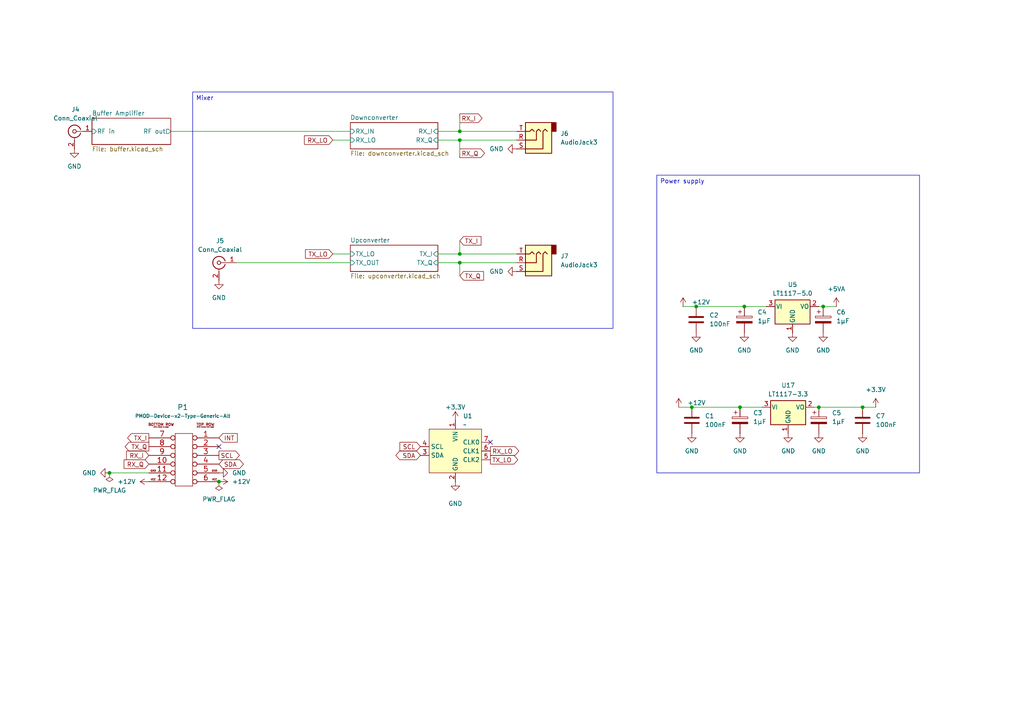
<source format=kicad_sch>
(kicad_sch (version 20231120) (generator "eeschema") (generator_version "8.0")
  (paper "A4")
  (lib_symbols
    (symbol "Connector:Conn_Coaxial" (pin_names (offset 1.016) hide)
      (property "Reference" "J" (at 0.254 3.048 0))
      (property "Value" "Conn_Coaxial" (at 2.921 0 90))
      (symbol "Conn_Coaxial_0_1"
        (arc (start -1.778 -0.508) (mid 0.2311 -1.8066) (end 1.778 0) (stroke (width 0.254)))
        (polyline (pts (xy -2.54 0) (xy -0.508 0)))
        (polyline (pts (xy 0 -2.54) (xy 0 -1.778)))
        (circle (center 0 0) (radius 0.508) (stroke (width 0.2032)))
        (arc (start 1.778 0) (mid 0.2099 1.8101) (end -1.778 0.508) (stroke (width 0.254)))
      )
      (symbol "Conn_Coaxial_1_1"
        (pin passive line (at -5.08 0 0) (length 2.54) (name "In") (number "1"))
        (pin passive line (at 0 -5.08 90) (length 2.54) (name "Ext") (number "2"))
      )
    )
    (symbol "Connector_Audio:AudioJack3"
      (property "Reference" "J" (at 0 8.89 0))
      (property "Value" "AudioJack3" (at 0 6.35 0))
      (symbol "AudioJack3_0_1"
        (rectangle (start -5.08 -5.08) (end -6.35 -2.54) (stroke (width 0.254)) (fill (type outline)))
        (polyline (pts (xy 0 -2.54) (xy 0.635 -3.175) (xy 1.27 -2.54) (xy 2.54 -2.54)) (stroke (width 0.254)))
        (polyline (pts (xy -1.905 -2.54) (xy -1.27 -3.175) (xy -0.635 -2.54) (xy -0.635 0) (xy 2.54 0)) (stroke (width 0.254)))
        (polyline (pts (xy 2.54 2.54) (xy -2.54 2.54) (xy -2.54 -2.54) (xy -3.175 -3.175) (xy -3.81 -2.54)) (stroke (width 0.254)))
        (rectangle (start 2.54 3.81) (end -5.08 -5.08) (stroke (width 0.254)) (fill (type background)))
      )
      (symbol "AudioJack3_1_1"
        (pin passive line (at 5.08 0 180) (length 2.54) (name "~") (number "R"))
        (pin passive line (at 5.08 2.54 180) (length 2.54) (name "~") (number "S"))
        (pin passive line (at 5.08 -2.54 180) (length 2.54) (name "~") (number "T"))
      )
    )
    (symbol "Device:C" (pin_numbers hide) (pin_names (offset 0.254))
      (property "Reference" "C" (at 0.635 2.54 0))
      (property "Value" "C" (at 0.635 -2.54 0))
      (symbol "C_0_1"
        (polyline (pts (xy -2.032 -0.762) (xy 2.032 -0.762)) (stroke (width 0.508)))
        (polyline (pts (xy -2.032 0.762) (xy 2.032 0.762)) (stroke (width 0.508)))
      )
      (symbol "C_1_1"
        (pin passive line (at 0 3.81 270) (length 2.794) (name "~") (number "1"))
        (pin passive line (at 0 -3.81 90) (length 2.794) (name "~") (number "2"))
      )
    )
    (symbol "Device:C_Polarized" (pin_numbers hide) (pin_names (offset 0.254))
      (property "Reference" "C" (at 0.635 2.54 0))
      (property "Value" "C_Polarized" (at 0.635 -2.54 0))
      (symbol "C_Polarized_0_1"
        (rectangle (start -2.286 0.508) (end 2.286 1.016))
        (polyline (pts (xy -1.778 2.286) (xy -0.762 2.286)))
        (polyline (pts (xy -1.27 2.794) (xy -1.27 1.778)))
        (rectangle (start 2.286 -0.508) (end -2.286 -1.016) (fill (type outline)))
      )
      (symbol "C_Polarized_1_1"
        (pin passive line (at 0 3.81 270) (length 2.794) (name "~") (number "1"))
        (pin passive line (at 0 -3.81 90) (length 2.794) (name "~") (number "2"))
      )
    )
    (symbol "Regulator_Linear:LT1117-3.3" (pin_names (offset 0.254))
      (property "Reference" "U" (at -3.81 3.175 0))
      (property "Value" "LT1117-3.3" (at 0 3.175 0))
      (symbol "LT1117-3.3_0_1"
        (rectangle (start -5.08 -5.08) (end 5.08 1.905) (stroke (width 0.254)) (fill (type background)))
      )
      (symbol "LT1117-3.3_1_1"
        (pin power_in line (at 0 -7.62 90) (length 2.54) (name "GND") (number "1"))
        (pin power_out line (at 7.62 0 180) (length 2.54) (name "VO") (number "2"))
        (pin power_in line (at -7.62 0 0) (length 2.54) (name "VI") (number "3"))
      )
    )
    (symbol "Regulator_Linear:LT1117-5.0" (pin_names (offset 0.254))
      (property "Reference" "U" (at -3.81 3.175 0))
      (property "Value" "LT1117-5.0" (at 0 3.175 0))
      (symbol "LT1117-5.0_0_1"
        (rectangle (start -5.08 -5.08) (end 5.08 1.905) (stroke (width 0.254)) (fill (type background)))
      )
      (symbol "LT1117-5.0_1_1"
        (pin power_in line (at 0 -7.62 90) (length 2.54) (name "GND") (number "1"))
        (pin power_out line (at 7.62 0 180) (length 2.54) (name "VO") (number "2"))
        (pin power_in line (at -7.62 0 0) (length 2.54) (name "VI") (number "3"))
      )
    )
    (symbol "pico-sdx:Si5351A_Clock_Generator_Breakout_"
      (property "Reference" "U" (at -7.62 7.62 0))
      (symbol "Si5351A_Clock_Generator_Breakout__1_1"
        (rectangle (start -7.62 6.35) (end 7.62 -6.35) (fill (type background)))
        (pin power_in line (at 0 8.89 270) (length 2.54) (name "VIN") (number "1"))
        (pin power_in line (at 0 -8.89 90) (length 2.54) (name "GND") (number "2"))
        (pin bidirectional line (at -10.16 -1.27 0) (length 2.54) (name "SDA") (number "3"))
        (pin input line (at -10.16 1.27 0) (length 2.54) (name "SCL") (number "4"))
        (pin output line (at 10.16 -2.54 180) (length 2.54) (name "CLK2") (number "5"))
        (pin output line (at 10.16 0 180) (length 2.54) (name "CLK1") (number "6"))
        (pin output line (at 10.16 2.54 180) (length 2.54) (name "CLK0") (number "7"))
      )
    )
    (symbol "pmod:PMOD-Device-x2-Type-Generic-Alt" (pin_names (offset 1.016) hide)
      (property "Reference" "P" (at 2.54 16.51 0))
      (property "Value" "PMOD-Device-x2-Type-Generic-Alt" (at 2.286 -1.016 0))
      (symbol "PMOD-Device-x2-Type-Generic-Alt_0_0"
        (text "(Pins closest to edge)" (at -4.064 17.272 0) (effects (font (size 0.254 0.254)) (justify top)))
        (text "(Pins furthest from edge)" (at 8.763 17.272 0) (effects (font (size 0.254 0.254)) (justify top)))
        (text "BOTTOM ROW" (at -4.064 18.288 0) (effects (font (size 0.762 0.762)) (justify top)))
        (text "GND" (at -6.35 4.445 0) (effects (font (size 0.508 0.508))))
        (text "GND" (at 11.43 4.445 0) (effects (font (size 0.508 0.508))))
        (text "TOP ROW" (at 8.763 18.288 0) (effects (font (size 0.762 0.762)) (justify top)))
        (text "VCC" (at -6.35 1.905 0) (effects (font (size 0.508 0.508))))
        (text "VCC" (at 11.43 1.905 0) (effects (font (size 0.508 0.508))))
      )
      (symbol "PMOD-Device-x2-Type-Generic-Alt_0_1"
        (rectangle (start 5.08 15.24) (end 0 0))
      )
      (symbol "PMOD-Device-x2-Type-Generic-Alt_1_1"
        (pin passive inverted (at 12.7 13.97 180) (length 7.62) (name "P1") (number "1"))
        (pin passive inverted (at -7.62 6.35 0) (length 7.62) (name "P10") (number "10"))
        (pin passive inverted (at -7.62 3.81 0) (length 7.62) (name "P11") (number "11"))
        (pin passive inverted (at -7.62 1.27 0) (length 7.62) (name "P12") (number "12"))
        (pin passive inverted (at 12.7 11.43 180) (length 7.62) (name "P2") (number "2"))
        (pin passive inverted (at 12.7 8.89 180) (length 7.62) (name "P3") (number "3"))
        (pin passive inverted (at 12.7 6.35 180) (length 7.62) (name "P4") (number "4"))
        (pin passive inverted (at 12.7 3.81 180) (length 7.62) (name "P5") (number "5"))
        (pin passive inverted (at 12.7 1.27 180) (length 7.62) (name "P6") (number "6"))
        (pin passive inverted (at -7.62 13.97 0) (length 7.62) (name "P7") (number "7"))
        (pin passive inverted (at -7.62 11.43 0) (length 7.62) (name "P8") (number "8"))
        (pin passive inverted (at -7.62 8.89 0) (length 7.62) (name "P9") (number "9"))
      )
    )
    (symbol "power:+12V" (power) (pin_numbers hide) (pin_names (offset 0) hide)
      (property "Value" "+12V" (at 0 3.556 0))
      (symbol "+12V_0_1"
        (polyline (pts (xy -0.762 1.27) (xy 0 2.54)))
        (polyline (pts (xy 0 0) (xy 0 2.54)))
        (polyline (pts (xy 0 2.54) (xy 0.762 1.27)))
      )
      (symbol "+12V_1_1"
        (pin power_in line (at 0 0 90) (length 0) (name "~") (number "1"))
      )
    )
    (symbol "power:+3.3V" (power) (pin_numbers hide) (pin_names (offset 0) hide)
      (property "Value" "+3.3V" (at 0 3.556 0))
      (symbol "+3.3V_0_1"
        (polyline (pts (xy -0.762 1.27) (xy 0 2.54)))
        (polyline (pts (xy 0 0) (xy 0 2.54)))
        (polyline (pts (xy 0 2.54) (xy 0.762 1.27)))
      )
      (symbol "+3.3V_1_1"
        (pin power_in line (at 0 0 90) (length 0) (name "~") (number "1"))
      )
    )
    (symbol "power:+5VA" (power) (pin_numbers hide) (pin_names (offset 0) hide)
      (property "Value" "+5VA" (at 0 3.556 0))
      (symbol "+5VA_0_1"
        (polyline (pts (xy -0.762 1.27) (xy 0 2.54)))
        (polyline (pts (xy 0 0) (xy 0 2.54)))
        (polyline (pts (xy 0 2.54) (xy 0.762 1.27)))
      )
      (symbol "+5VA_1_1"
        (pin power_in line (at 0 0 90) (length 0) (name "~") (number "1"))
      )
    )
    (symbol "power:GND" (power) (pin_numbers hide) (pin_names (offset 0) hide)
      (property "Value" "GND" (at 0 -3.81 0))
      (symbol "GND_0_1"
        (polyline (pts (xy 0 0) (xy 0 -1.27) (xy 1.27 -1.27) (xy 0 -2.54) (xy -1.27 -1.27) (xy 0 -1.27)))
      )
      (symbol "GND_1_1"
        (pin power_in line (at 0 0 270) (length 0) (name "~") (number "1"))
      )
    )
    (symbol "power:PWR_FLAG" (power) (pin_numbers hide) (pin_names (offset 0) hide)
      (property "Value" "PWR_FLAG" (at 0 3.81 0))
      (symbol "PWR_FLAG_0_0"
        (pin power_out line (at 0 0 90) (length 0) (name "~") (number "1"))
      )
      (symbol "PWR_FLAG_0_1"
        (polyline (pts (xy 0 0) (xy 0 1.27) (xy -1.016 1.905) (xy 0 2.54) (xy 1.016 1.905) (xy 0 1.27)))
      )
    )
  )
  (junction (at 133.35 40.64))
  (junction (at 201.93 88.9))
  (junction (at 63.5 139.7))
  (junction (at 238.76 88.9))
  (junction (at 133.35 73.66))
  (junction (at 31.75 137.16))
  (junction (at 250.19 118.11))
  (junction (at 200.66 118.11))
  (junction (at 237.49 118.11))
  (junction (at 133.35 38.1))
  (junction (at 133.35 76.2))
  (junction (at 215.9 88.9))
  (junction (at 214.63 118.11))
  (no_connect (at 142.24 128.27))
  (no_connect (at 63.5 129.54))
  (wire (pts (xy 96.52 40.64) (xy 101.6 40.64)))
  (wire (pts (xy 133.35 40.64) (xy 149.86 40.64)))
  (wire (pts (xy 238.76 88.9) (xy 242.57 88.9)))
  (wire (pts (xy 214.63 118.11) (xy 220.98 118.11)))
  (wire (pts (xy 31.75 137.16) (xy 43.18 137.16)))
  (wire (pts (xy 133.35 76.2) (xy 133.35 80.01)))
  (wire (pts (xy 127 73.66) (xy 133.35 73.66)))
  (wire (pts (xy 49.53 38.1) (xy 101.6 38.1)))
  (wire (pts (xy 200.66 118.11) (xy 214.63 118.11)))
  (wire (pts (xy 133.35 38.1) (xy 149.86 38.1)))
  (wire (pts (xy 201.93 88.9) (xy 215.9 88.9)))
  (wire (pts (xy 133.35 76.2) (xy 149.86 76.2)))
  (wire (pts (xy 133.35 34.29) (xy 133.35 38.1)))
  (wire (pts (xy 96.52 73.66) (xy 101.6 73.66)))
  (wire (pts (xy 198.12 88.9) (xy 201.93 88.9)))
  (wire (pts (xy 196.85 118.11) (xy 200.66 118.11)))
  (wire (pts (xy 133.35 40.64) (xy 133.35 44.45)))
  (wire (pts (xy 127 76.2) (xy 133.35 76.2)))
  (wire (pts (xy 215.9 88.9) (xy 222.25 88.9)))
  (wire (pts (xy 254 118.11) (xy 250.19 118.11)))
  (wire (pts (xy 237.49 118.11) (xy 236.22 118.11)))
  (wire (pts (xy 133.35 73.66) (xy 149.86 73.66)))
  (wire (pts (xy 127 38.1) (xy 133.35 38.1)))
  (wire (pts (xy 237.49 118.11) (xy 250.19 118.11)))
  (wire (pts (xy 238.76 88.9) (xy 237.49 88.9)))
  (wire (pts (xy 68.58 76.2) (xy 101.6 76.2)))
  (wire (pts (xy 127 40.64) (xy 133.35 40.64)))
  (wire (pts (xy 133.35 69.85) (xy 133.35 73.66)))
  (text_box "Mixer" (at 55.88 26.67 0) (size 121.92 68.58) (effects (font (size 1.27 1.27)) (justify left top)))
  (text_box "Power supply" (at 190.5 50.8 0) (size 76.2 86.36) (effects (font (size 1.27 1.27)) (justify left top)))
  (text_box "Wunschzettel\n============\n\n- Powerknopf\n- Modulaufsatz für:\n    - Filterumschalter\n    - PA\n    - ADC/DAC\n    - Akkupack\n    - Lautsprecher?\n- Nutzerinterface\n    - Display\n    - Rotary Encoder\n    - Mic / PTT\n- Wechselbarer Microcontroller? Welche?\n\nFragen\n======\n\n- Hat das Pico einen Spannungswandler von 5 V auf 3.3 V?\n- Welche Eingangsspannungen vertragen die 7805? Sollte ich andere nehmen?\n- Welche Anschlüsse kommen wo hin?" (at 135.89 -68.58 0) (size 81.28 49.53) (effects (font (size 1.27 1.27)) (justify left top)))
  (global_label "SCL" (shape input) (at 121.92 129.54 180) (property "Intersheetrefs" "${INTERSHEET_REFS}" (effects (hide yes))))
  (global_label "SCL" (shape output) (at 63.5 132.08 0) (property "Intersheetrefs" "${INTERSHEET_REFS}" (effects (hide yes))))
  (global_label "TX_Q" (shape input) (at 133.35 80.01 0) (property "Intersheetrefs" "${INTERSHEET_REFS}" (effects (hide yes))))
  (global_label "TX_Q" (shape output) (at 43.18 129.54 180) (property "Intersheetrefs" "${INTERSHEET_REFS}" (effects (hide yes))))
  (global_label "RX_Q" (shape input) (at 43.18 134.62 180) (property "Intersheetrefs" "${INTERSHEET_REFS}" (effects (hide yes))))
  (global_label "INT" (shape input) (at 63.5 127 0) (property "Intersheetrefs" "${INTERSHEET_REFS}" (effects (hide yes))))
  (global_label "TX_LO" (shape input) (at 96.52 73.66 180) (property "Intersheetrefs" "${INTERSHEET_REFS}" (effects (hide yes))))
  (global_label "TX_I" (shape input) (at 133.35 69.85 0) (property "Intersheetrefs" "${INTERSHEET_REFS}" (effects (hide yes))))
  (global_label "SDA" (shape bidirectional) (at 121.92 132.08 180) (property "Intersheetrefs" "${INTERSHEET_REFS}" (effects (hide yes))))
  (global_label "RX_LO" (shape output) (at 142.24 130.81 0) (property "Intersheetrefs" "${INTERSHEET_REFS}" (effects (hide yes))))
  (global_label "RX_I" (shape input) (at 43.18 132.08 180) (property "Intersheetrefs" "${INTERSHEET_REFS}" (effects (hide yes))))
  (global_label "SDA" (shape bidirectional) (at 63.5 134.62 0) (property "Intersheetrefs" "${INTERSHEET_REFS}" (effects (hide yes))))
  (global_label "RX_Q" (shape output) (at 133.35 44.45 0) (property "Intersheetrefs" "${INTERSHEET_REFS}" (effects (hide yes))))
  (global_label "TX_LO" (shape output) (at 142.24 133.35 0) (property "Intersheetrefs" "${INTERSHEET_REFS}" (effects (hide yes))))
  (global_label "TX_I" (shape output) (at 43.18 127 180) (property "Intersheetrefs" "${INTERSHEET_REFS}" (effects (hide yes))))
  (global_label "RX_I" (shape output) (at 133.35 34.29 0) (property "Intersheetrefs" "${INTERSHEET_REFS}" (effects (hide yes))))
  (global_label "RX_LO" (shape input) (at 96.52 40.64 180) (property "Intersheetrefs" "${INTERSHEET_REFS}" (effects (hide yes))))
  (symbol (lib_id "power:GND") (at 228.6 125.73 0) (unit 1)
    (property "Reference" "#PWR024" (effects (hide yes)))
    (property "Value" "GND" (at 228.6 130.81 0))
    (property "Description" "Power symbol creates a global label with name \"GND\" , ground" (effects (hide yes)))
  )
  (symbol (lib_id "power:+3.3V") (at 254 118.11 0) (unit 1)
    (property "Reference" "#PWR030" (effects (hide yes)))
    (property "Value" "+3.3V" (at 254 113.03 0))
    (property "Description" "Power symbol creates a global label with name \"+3.3V\"" (effects (hide yes)))
  )
  (symbol (lib_id "power:GND") (at 237.49 125.73 0) (unit 1)
    (property "Reference" "#PWR026" (effects (hide yes)))
    (property "Value" "GND" (at 237.49 130.81 0))
    (property "Description" "Power symbol creates a global label with name \"GND\" , ground" (effects (hide yes)))
  )
  (symbol (lib_id "power:GND") (at 214.63 125.73 0) (unit 1)
    (property "Reference" "#PWR020" (effects (hide yes)))
    (property "Value" "GND" (at 214.63 130.81 0))
    (property "Description" "Power symbol creates a global label with name \"GND\" , ground" (effects (hide yes)))
  )
  (symbol (lib_id "power:+12V") (at 196.85 118.11 0) (unit 1)
    (property "Reference" "#PWR016" (effects (hide yes)))
    (property "Value" "+12V" (at 199.39 116.84 0) (effects (justify left)))
    (property "Description" "Power symbol creates a global label with name \"+12V\"" (effects (hide yes)))
  )
  (symbol (lib_id "Device:C_Polarized") (at 214.63 121.92 0) (unit 1)
    (property "Reference" "C3" (at 218.44 119.761 0) (effects (justify left)))
    (property "Value" "1µF" (at 218.44 122.301 0) (effects (justify left)))
    (property "Footprint" "Capacitor_Tantalum_SMD:CP_EIA-3216-18_Kemet-A" (effects (hide yes)))
    (property "Description" "Polarized capacitor" (effects (hide yes)))
  )
  (symbol (lib_id "power:PWR_FLAG") (at 63.5 139.7 180) (unit 1)
    (property "Reference" "#FLG02" (effects (hide yes)))
    (property "Value" "PWR_FLAG" (at 63.5 144.78 0))
    (property "Description" "Special symbol for telling ERC where power comes from" (effects (hide yes)))
  )
  (symbol (lib_id "Device:C_Polarized") (at 215.9 92.71 0) (unit 1)
    (property "Reference" "C4" (at 219.71 90.551 0) (effects (justify left)))
    (property "Value" "1µF" (at 219.71 93.091 0) (effects (justify left)))
    (property "Footprint" "Capacitor_Tantalum_SMD:CP_EIA-3216-18_Kemet-A" (effects (hide yes)))
    (property "Description" "Polarized capacitor" (effects (hide yes)))
  )
  (symbol (lib_id "Device:C") (at 200.66 121.92 0) (unit 1)
    (property "Reference" "C1" (at 204.47 120.65 0) (effects (justify left)))
    (property "Value" "100nF" (at 204.47 123.19 0) (effects (justify left)))
    (property "Footprint" "Capacitor_SMD:C_0603_1608Metric" (effects (hide yes)))
    (property "Description" "Unpolarized capacitor" (effects (hide yes)))
  )
  (symbol (lib_id "power:+12V") (at 198.12 88.9 0) (unit 1)
    (property "Reference" "#PWR017" (effects (hide yes)))
    (property "Value" "+12V" (at 200.66 87.63 0) (effects (justify left)))
    (property "Description" "Power symbol creates a global label with name \"+12V\"" (effects (hide yes)))
  )
  (symbol (lib_id "power:GND") (at 149.86 43.18 270) (unit 1)
    (property "Reference" "#PWR014" (effects (hide yes)))
    (property "Value" "GND" (at 146.05 43.18 90) (effects (justify right)))
    (property "Description" "Power symbol creates a global label with name \"GND\" , ground" (effects (hide yes)))
  )
  (symbol (lib_id "Device:C") (at 250.19 121.92 0) (unit 1)
    (property "Reference" "C7" (at 254 120.65 0) (effects (justify left)))
    (property "Value" "100nF" (at 254 123.19 0) (effects (justify left)))
    (property "Footprint" "Capacitor_SMD:C_0603_1608Metric" (effects (hide yes)))
    (property "Description" "Unpolarized capacitor" (effects (hide yes)))
  )
  (symbol (lib_id "power:GND") (at 201.93 96.52 0) (unit 1)
    (property "Reference" "#PWR019" (effects (hide yes)))
    (property "Value" "GND" (at 201.93 101.6 0))
    (property "Description" "Power symbol creates a global label with name \"GND\" , ground" (effects (hide yes)))
  )
  (symbol (lib_id "Connector:Conn_Coaxial") (at 63.5 76.2 0) (mirror y) (unit 1)
    (property "Reference" "J5" (at 63.8174 69.85 0))
    (property "Value" "Conn_Coaxial" (at 63.8174 72.39 0))
    (property "Footprint" "Connector_Coaxial:SMA_Molex_73251-2200_Horizontal" (effects (hide yes)))
    (property "Description" "coaxial connector (BNC, SMA, SMB, SMC, Cinch/RCA, LEMO, ...)" (effects (hide yes)))
  )
  (symbol (lib_id "power:+12V") (at 63.5 139.7 270) (unit 1)
    (property "Reference" "#PWR05" (effects (hide yes)))
    (property "Value" "+12V" (at 67.31 139.7 90) (effects (justify left)))
    (property "Description" "Power symbol creates a global label with name \"+12V\"" (effects (hide yes)))
  )
  (symbol (lib_id "power:GND") (at 132.08 139.7 0) (unit 1)
    (property "Reference" "#PWR086" (effects (hide yes)))
    (property "Value" "GND" (at 132.08 146.05 0))
    (property "Description" "Power symbol creates a global label with name \"GND\" , ground" (effects (hide yes)))
  )
  (symbol (lib_id "power:GND") (at 31.75 137.16 270) (unit 1)
    (property "Reference" "#PWR04" (effects (hide yes)))
    (property "Value" "GND" (at 27.94 137.1599 90) (effects (justify right)))
    (property "Description" "Power symbol creates a global label with name \"GND\" , ground" (effects (hide yes)))
  )
  (symbol (lib_id "power:+12V") (at 43.18 139.7 90) (unit 1)
    (property "Reference" "#PWR06" (effects (hide yes)))
    (property "Value" "+12V" (at 39.37 139.6999 90) (effects (justify left)))
    (property "Description" "Power symbol creates a global label with name \"+12V\"" (effects (hide yes)))
  )
  (symbol (lib_id "power:GND") (at 238.76 96.52 0) (unit 1)
    (property "Reference" "#PWR027" (effects (hide yes)))
    (property "Value" "GND" (at 238.76 101.6 0))
    (property "Description" "Power symbol creates a global label with name \"GND\" , ground" (effects (hide yes)))
  )
  (symbol (lib_id "Device:C_Polarized") (at 237.49 121.92 0) (unit 1)
    (property "Reference" "C5" (at 241.3 119.761 0) (effects (justify left)))
    (property "Value" "1µF" (at 241.3 122.301 0) (effects (justify left)))
    (property "Footprint" "Capacitor_Tantalum_SMD:CP_EIA-3216-18_Kemet-A" (effects (hide yes)))
    (property "Description" "Polarized capacitor" (effects (hide yes)))
  )
  (symbol (lib_id "pmod:PMOD-Device-x2-Type-Generic-Alt") (at 50.8 140.97 0) (unit 1)
    (property "Reference" "P1" (at 53.0083 118.11 0) (effects (font (size 1.524 1.524))))
    (property "Value" "PMOD-Device-x2-Type-Generic-Alt" (at 53.0083 120.65 0) (effects (font (size 0.9906 0.9906))))
    (property "Footprint" "pmod-conn_6x2:pmod_pin_array_6x2" (effects (hide yes)))
  )
  (symbol (lib_id "power:GND") (at 229.87 96.52 0) (unit 1)
    (property "Reference" "#PWR025" (effects (hide yes)))
    (property "Value" "GND" (at 229.87 101.6 0))
    (property "Description" "Power symbol creates a global label with name \"GND\" , ground" (effects (hide yes)))
  )
  (symbol (lib_id "power:+3.3V") (at 132.08 121.92 0) (unit 1)
    (property "Reference" "#PWR087" (effects (hide yes)))
    (property "Value" "+3.3V" (at 132.08 118.11 0))
    (property "Description" "Power symbol creates a global label with name \"+3.3V\"" (effects (hide yes)))
  )
  (symbol (lib_id "power:GND") (at 63.5 137.16 90) (unit 1)
    (property "Reference" "#PWR03" (effects (hide yes)))
    (property "Value" "GND" (at 67.31 137.1599 90) (effects (justify right)))
    (property "Description" "Power symbol creates a global label with name \"GND\" , ground" (effects (hide yes)))
  )
  (symbol (lib_id "power:GND") (at 215.9 96.52 0) (unit 1)
    (property "Reference" "#PWR021" (effects (hide yes)))
    (property "Value" "GND" (at 215.9 101.6 0))
    (property "Description" "Power symbol creates a global label with name \"GND\" , ground" (effects (hide yes)))
  )
  (symbol (lib_id "Device:C") (at 201.93 92.71 0) (unit 1)
    (property "Reference" "C2" (at 205.74 91.44 0) (effects (justify left)))
    (property "Value" "100nF" (at 205.74 93.98 0) (effects (justify left)))
    (property "Footprint" "Capacitor_SMD:C_0603_1608Metric" (effects (hide yes)))
    (property "Description" "Unpolarized capacitor" (effects (hide yes)))
  )
  (symbol (lib_id "Regulator_Linear:LT1117-3.3") (at 228.6 118.11 0) (unit 1)
    (property "Reference" "U17" (at 228.6 111.76 0))
    (property "Value" "LT1117-3.3" (at 228.6 114.3 0))
    (property "Footprint" "Package_TO_SOT_SMD:SOT-223-3_TabPin2" (effects (hide yes)))
    (property "Datasheet" "https://www.analog.com/media/en/technical-documentation/data-sheets/1117fd.pdf" (effects (hide yes)))
    (property "Description" "800mA Low-Dropout Linear Regulator, 3.3V fixed output, SOT-223/TO-263" (effects (hide yes)))
  )
  (symbol (lib_id "power:+5VA") (at 242.57 88.9 0) (unit 1)
    (property "Reference" "#PWR028" (effects (hide yes)))
    (property "Value" "+5VA" (at 242.57 83.82 0))
    (property "Description" "Power symbol creates a global label with name \"+5VA\"" (effects (hide yes)))
  )
  (symbol (lib_id "power:GND") (at 149.86 78.74 270) (unit 1)
    (property "Reference" "#PWR015" (effects (hide yes)))
    (property "Value" "GND" (at 146.05 78.74 90) (effects (justify right)))
    (property "Description" "Power symbol creates a global label with name \"GND\" , ground" (effects (hide yes)))
  )
  (symbol (lib_id "power:GND") (at 63.5 81.28 0) (unit 1)
    (property "Reference" "#PWR09" (effects (hide yes)))
    (property "Value" "GND" (at 63.5 86.36 0))
    (property "Description" "Power symbol creates a global label with name \"GND\" , ground" (effects (hide yes)))
  )
  (symbol (lib_id "Device:C_Polarized") (at 238.76 92.71 0) (unit 1)
    (property "Reference" "C6" (at 242.57 90.551 0) (effects (justify left)))
    (property "Value" "1µF" (at 242.57 93.091 0) (effects (justify left)))
    (property "Footprint" "Capacitor_Tantalum_SMD:CP_EIA-3216-18_Kemet-A" (effects (hide yes)))
    (property "Description" "Polarized capacitor" (effects (hide yes)))
  )
  (symbol (lib_id "Connector_Audio:AudioJack3") (at 154.94 40.64 180) (unit 1)
    (property "Reference" "J6" (at 162.56 38.735 0) (effects (justify right)))
    (property "Value" "AudioJack3" (at 162.56 41.275 0) (effects (justify right)))
    (property "Footprint" "Connector_Audio:Jack_3.5mm_CUI_SJ1-3533NG_Horizontal" (effects (hide yes)))
    (property "Description" "Audio Jack, 3 Poles (Stereo / TRS)" (effects (hide yes)))
  )
  (symbol (lib_id "power:GND") (at 250.19 125.73 0) (unit 1)
    (property "Reference" "#PWR029" (effects (hide yes)))
    (property "Value" "GND" (at 250.19 130.81 0))
    (property "Description" "Power symbol creates a global label with name \"GND\" , ground" (effects (hide yes)))
  )
  (symbol (lib_id "power:GND") (at 21.59 43.18 0) (unit 1)
    (property "Reference" "#PWR01" (effects (hide yes)))
    (property "Value" "GND" (at 21.59 48.26 0))
    (property "Description" "Power symbol creates a global label with name \"GND\" , ground" (effects (hide yes)))
  )
  (symbol (lib_id "Connector:Conn_Coaxial") (at 21.59 38.1 0) (mirror y) (unit 1)
    (property "Reference" "J4" (at 21.9074 31.75 0))
    (property "Value" "Conn_Coaxial" (at 21.9074 34.29 0))
    (property "Footprint" "Connector_Coaxial:SMA_Molex_73251-2200_Horizontal" (effects (hide yes)))
    (property "Description" "coaxial connector (BNC, SMA, SMB, SMC, Cinch/RCA, LEMO, ...)" (effects (hide yes)))
  )
  (symbol (lib_id "power:GND") (at 200.66 125.73 0) (unit 1)
    (property "Reference" "#PWR018" (effects (hide yes)))
    (property "Value" "GND" (at 200.66 130.81 0))
    (property "Description" "Power symbol creates a global label with name \"GND\" , ground" (effects (hide yes)))
  )
  (symbol (lib_id "Connector_Audio:AudioJack3") (at 154.94 76.2 180) (unit 1)
    (property "Reference" "J7" (at 162.56 74.295 0) (effects (justify right)))
    (property "Value" "AudioJack3" (at 162.56 76.835 0) (effects (justify right)))
    (property "Footprint" "Connector_Audio:Jack_3.5mm_CUI_SJ1-3533NG_Horizontal" (effects (hide yes)))
    (property "Description" "Audio Jack, 3 Poles (Stereo / TRS)" (effects (hide yes)))
  )
  (symbol (lib_id "Regulator_Linear:LT1117-5.0") (at 229.87 88.9 0) (unit 1)
    (property "Reference" "U5" (at 229.87 82.55 0))
    (property "Value" "LT1117-5.0" (at 229.87 85.09 0))
    (property "Footprint" "Package_TO_SOT_SMD:SOT-223-3_TabPin2" (effects (hide yes)))
    (property "Datasheet" "https://www.analog.com/media/en/technical-documentation/data-sheets/1117fd.pdf" (effects (hide yes)))
    (property "Description" "800mA Low-Dropout Linear Regulator, 5.0V fixed output, SOT-223/TO-263" (effects (hide yes)))
  )
  (symbol (lib_id "pico-sdx:Si5351A_Clock_Generator_Breakout_") (at 132.08 130.81 0) (unit 1)
    (property "Reference" "U1" (at 134.2741 120.65 0) (effects (justify left)))
    (property "Value" "~" (at 134.2741 123.19 0) (effects (justify left)))
    (property "Footprint" "pico-sdx:Module_Si5351" (effects (hide yes)))
  )
  (symbol (lib_id "power:PWR_FLAG") (at 31.75 137.16 180) (unit 1)
    (property "Reference" "#FLG01" (effects (hide yes)))
    (property "Value" "PWR_FLAG" (at 31.75 142.24 0))
    (property "Description" "Special symbol for telling ERC where power comes from" (effects (hide yes)))
  )
  (sheet (at 101.6 71.12) (size 25.4 7.62) (stroke (width 0.1524))
    (property "Sheetname" "Upconverter" (at 101.6 70.4084 0) (effects (justify left bottom)))
    (property "Sheetfile" "upconverter.kicad_sch" (at 101.6 79.3246 0) (effects (justify left top)))
    (pin "TX_I" input (at 127 73.66 0))
    (pin "TX_Q" input (at 127 76.2 0))
    (pin "TX_LO" input (at 101.6 73.66 180))
    (pin "TX_OUT" input (at 101.6 76.2 180))
  )
  (sheet (at 26.67 34.29) (size 22.86 7.62) (stroke (width 0.1524))
    (property "Sheetname" "Buffer Amplifier" (at 26.67 33.5784 0) (effects (justify left bottom)))
    (property "Sheetfile" "buffer.kicad_sch" (at 26.67 42.4946 0) (effects (justify left top)))
    (pin "RF in" input (at 26.67 38.1 180))
    (pin "RF out" output (at 49.53 38.1 0))
  )
  (sheet (at 101.6 35.56) (size 25.4 7.62) (stroke (width 0.1524))
    (property "Sheetname" "Downconverter" (at 101.6 34.8484 0) (effects (justify left bottom)))
    (property "Sheetfile" "downconverter.kicad_sch" (at 101.6 43.7646 0) (effects (justify left top)))
    (pin "RX_Q" input (at 127 40.64 0))
    (pin "RX_LO" input (at 101.6 40.64 180))
    (pin "RX_I" input (at 127 38.1 0))
    (pin "RX_IN" input (at 101.6 38.1 180))
  )
)
</source>
